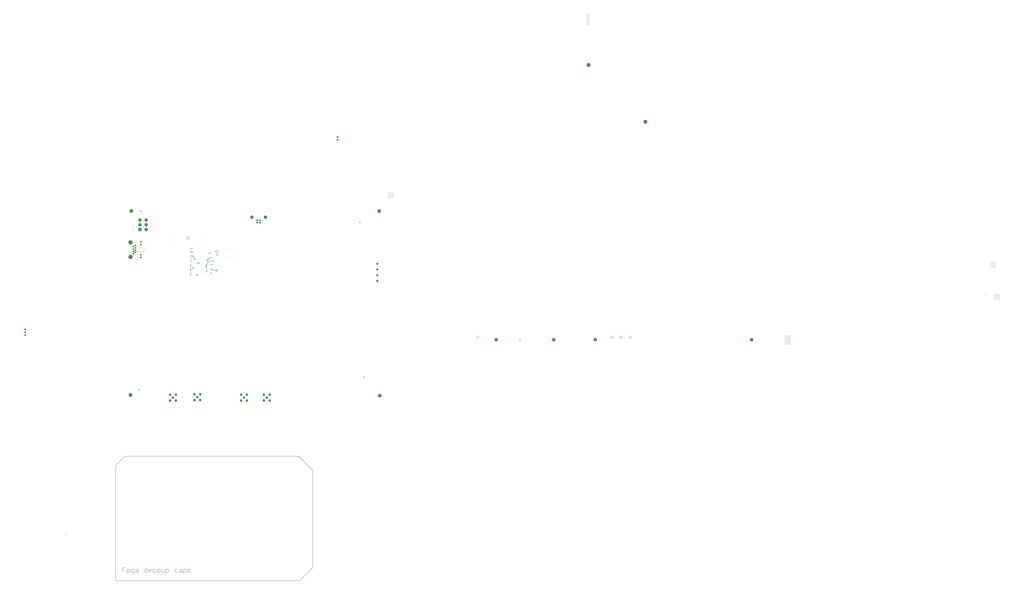
<source format=gbr>
G04*
G04 #@! TF.GenerationSoftware,Altium Limited,Altium Designer,22.11.1 (43)*
G04*
G04 Layer_Physical_Order=6*
G04 Layer_Color=16711680*
%FSLAX44Y44*%
%MOMM*%
G71*
G04*
G04 #@! TF.SameCoordinates,685F9FB9-B41E-4883-9AF5-229453B53175*
G04*
G04*
G04 #@! TF.FilePolarity,Positive*
G04*
G01*
G75*
%ADD10C,0.2540*%
G04:AMPARAMS|DCode=12|XSize=0.508mm|YSize=0.508mm|CornerRadius=0.1524mm|HoleSize=0mm|Usage=FLASHONLY|Rotation=180.000|XOffset=0mm|YOffset=0mm|HoleType=Round|Shape=RoundedRectangle|*
%AMROUNDEDRECTD12*
21,1,0.5080,0.2032,0,0,180.0*
21,1,0.2032,0.5080,0,0,180.0*
1,1,0.3048,-0.1016,0.1016*
1,1,0.3048,0.1016,0.1016*
1,1,0.3048,0.1016,-0.1016*
1,1,0.3048,-0.1016,-0.1016*
%
%ADD12ROUNDEDRECTD12*%
G04:AMPARAMS|DCode=15|XSize=0.889mm|YSize=0.8636mm|CornerRadius=0.1511mm|HoleSize=0mm|Usage=FLASHONLY|Rotation=180.000|XOffset=0mm|YOffset=0mm|HoleType=Round|Shape=RoundedRectangle|*
%AMROUNDEDRECTD15*
21,1,0.8890,0.5613,0,0,180.0*
21,1,0.5867,0.8636,0,0,180.0*
1,1,0.3023,-0.2934,0.2807*
1,1,0.3023,0.2934,0.2807*
1,1,0.3023,0.2934,-0.2807*
1,1,0.3023,-0.2934,-0.2807*
%
%ADD15ROUNDEDRECTD15*%
G04:AMPARAMS|DCode=26|XSize=0.889mm|YSize=0.8636mm|CornerRadius=0.1511mm|HoleSize=0mm|Usage=FLASHONLY|Rotation=90.000|XOffset=0mm|YOffset=0mm|HoleType=Round|Shape=RoundedRectangle|*
%AMROUNDEDRECTD26*
21,1,0.8890,0.5613,0,0,90.0*
21,1,0.5867,0.8636,0,0,90.0*
1,1,0.3023,0.2807,0.2934*
1,1,0.3023,0.2807,-0.2934*
1,1,0.3023,-0.2807,-0.2934*
1,1,0.3023,-0.2807,0.2934*
%
%ADD26ROUNDEDRECTD26*%
%ADD38C,1.0000*%
%ADD75R,2.8000X2.8000*%
%ADD90C,0.3810*%
%ADD95C,0.2794*%
%ADD98C,3.3020*%
%ADD99C,0.6000*%
%ADD100C,3.8100*%
G04:AMPARAMS|DCode=101|XSize=1.524mm|YSize=1.524mm|CornerRadius=0mm|HoleSize=0mm|Usage=FLASHONLY|Rotation=270.000|XOffset=0mm|YOffset=0mm|HoleType=Round|Shape=Octagon|*
%AMOCTAGOND101*
4,1,8,-0.3810,-0.7620,0.3810,-0.7620,0.7620,-0.3810,0.7620,0.3810,0.3810,0.7620,-0.3810,0.7620,-0.7620,0.3810,-0.7620,-0.3810,-0.3810,-0.7620,0.0*
%
%ADD101OCTAGOND101*%

%ADD102C,1.5240*%
%ADD103C,1.9050*%
%ADD104R,1.9050X1.9050*%
%ADD105C,3.5000*%
%ADD106C,3.0000*%
%ADD107C,1.6000*%
%ADD108C,2.2000*%
%ADD109R,3.0000X3.0000*%
%ADD110C,0.2700*%
%ADD111C,0.3302*%
%ADD112C,0.2032*%
%ADD113C,0.2400*%
%ADD114C,0.2540*%
%ADD115C,0.5000*%
%ADD116C,0.5080*%
%ADD117C,0.5588*%
G04:AMPARAMS|DCode=118|XSize=0.508mm|YSize=0.508mm|CornerRadius=0.1524mm|HoleSize=0mm|Usage=FLASHONLY|Rotation=135.000|XOffset=0mm|YOffset=0mm|HoleType=Round|Shape=RoundedRectangle|*
%AMROUNDEDRECTD118*
21,1,0.5080,0.2032,0,0,135.0*
21,1,0.2032,0.5080,0,0,135.0*
1,1,0.3048,0.0000,0.1437*
1,1,0.3048,0.1437,0.0000*
1,1,0.3048,0.0000,-0.1437*
1,1,0.3048,-0.1437,0.0000*
%
%ADD118ROUNDEDRECTD118*%
G04:AMPARAMS|DCode=119|XSize=0.508mm|YSize=0.508mm|CornerRadius=0.1524mm|HoleSize=0mm|Usage=FLASHONLY|Rotation=90.000|XOffset=0mm|YOffset=0mm|HoleType=Round|Shape=RoundedRectangle|*
%AMROUNDEDRECTD119*
21,1,0.5080,0.2032,0,0,90.0*
21,1,0.2032,0.5080,0,0,90.0*
1,1,0.3048,0.1016,0.1016*
1,1,0.3048,0.1016,-0.1016*
1,1,0.3048,-0.1016,-0.1016*
1,1,0.3048,-0.1016,0.1016*
%
%ADD119ROUNDEDRECTD119*%
%ADD120C,0.1524*%
D10*
X1409000Y-467000D02*
X1531000Y-589000D01*
Y-1448000D02*
Y-589000D01*
X1417000Y-1562000D02*
X1531000Y-1448000D01*
X-196000Y-1562000D02*
X1417000D01*
X-200000Y-1558000D02*
X-196000Y-1562000D01*
X-200000Y-1558000D02*
Y-547000D01*
X-120000Y-467000D01*
X1409000D01*
X-114299Y-1447899D02*
X-139691D01*
Y-1466943D01*
X-126995D01*
X-139691D01*
Y-1485987D01*
X-101603Y-1498683D02*
Y-1460595D01*
X-82559D01*
X-76211Y-1466943D01*
Y-1479639D01*
X-82559Y-1485987D01*
X-101603D01*
X-50820Y-1498683D02*
X-44472D01*
X-38124Y-1492335D01*
Y-1460595D01*
X-57168D01*
X-63515Y-1466943D01*
Y-1479639D01*
X-57168Y-1485987D01*
X-38124D01*
X-19080Y-1460595D02*
X-6384D01*
X-36Y-1466943D01*
Y-1485987D01*
X-19080D01*
X-25428Y-1479639D01*
X-19080Y-1473291D01*
X-36D01*
X76139Y-1447899D02*
Y-1485987D01*
X57096D01*
X50748Y-1479639D01*
Y-1466943D01*
X57096Y-1460595D01*
X76139D01*
X107879Y-1485987D02*
X95183D01*
X88835Y-1479639D01*
Y-1466943D01*
X95183Y-1460595D01*
X107879D01*
X114227Y-1466943D01*
Y-1473291D01*
X88835D01*
X152315Y-1460595D02*
X133271D01*
X126923Y-1466943D01*
Y-1479639D01*
X133271Y-1485987D01*
X152315D01*
X171359D02*
X184055D01*
X190403Y-1479639D01*
Y-1466943D01*
X184055Y-1460595D01*
X171359D01*
X165011Y-1466943D01*
Y-1479639D01*
X171359Y-1485987D01*
X203098Y-1460595D02*
Y-1479639D01*
X209446Y-1485987D01*
X228490D01*
Y-1460595D01*
X241186Y-1498683D02*
Y-1460595D01*
X260230D01*
X266578Y-1466943D01*
Y-1479639D01*
X260230Y-1485987D01*
X241186D01*
X342753Y-1460595D02*
X323709D01*
X317361Y-1466943D01*
Y-1479639D01*
X323709Y-1485987D01*
X342753D01*
X361797Y-1460595D02*
X374493D01*
X380841Y-1466943D01*
Y-1485987D01*
X361797D01*
X355449Y-1479639D01*
X361797Y-1473291D01*
X380841D01*
X393537Y-1498683D02*
Y-1460595D01*
X412581D01*
X418928Y-1466943D01*
Y-1479639D01*
X412581Y-1485987D01*
X393537D01*
X431624D02*
X450668D01*
X457016Y-1479639D01*
X450668Y-1473291D01*
X437972D01*
X431624Y-1466943D01*
X437972Y-1460595D01*
X457016D01*
D12*
X686749Y1162145D02*
D03*
Y1171035D02*
D03*
X599000Y1158555D02*
D03*
Y1167445D02*
D03*
X639000Y1136955D02*
D03*
Y1145845D02*
D03*
X458000Y1128555D02*
D03*
Y1137445D02*
D03*
X477000Y1182000D02*
D03*
Y1190890D02*
D03*
X456000Y1168555D02*
D03*
Y1177445D02*
D03*
X458000Y1209000D02*
D03*
Y1217890D02*
D03*
X459955Y1247555D02*
D03*
Y1256445D02*
D03*
X477000Y1296445D02*
D03*
Y1287555D02*
D03*
X458000Y1288555D02*
D03*
Y1297445D02*
D03*
X619000Y1258493D02*
D03*
Y1267383D02*
D03*
X606851Y1254048D02*
D03*
Y1262938D02*
D03*
X607000Y1232952D02*
D03*
Y1224062D02*
D03*
X459094Y1329475D02*
D03*
Y1338365D02*
D03*
D15*
X518507Y1231000D02*
D03*
X533493D02*
D03*
D26*
X595056Y1212245D02*
D03*
Y1197260D02*
D03*
D38*
X1947418Y1589532D02*
D03*
X1981708Y227838D02*
D03*
X6350Y117602D02*
D03*
X19558Y1686814D02*
D03*
D75*
X5391540Y557660D02*
D03*
X4017400D02*
D03*
X3651640D02*
D03*
X3146180D02*
D03*
D90*
X702855Y1301255D02*
X703330Y1301730D01*
X695255Y1301255D02*
X702855D01*
X685890Y1301730D02*
X686365Y1301255D01*
X683330Y1301730D02*
X685890D01*
X697987Y1321400D02*
X703187D01*
X693444Y1316857D02*
X697987Y1321400D01*
X683000D02*
X683919Y1320481D01*
Y1317492D02*
X684554Y1316857D01*
X683919Y1317492D02*
Y1320481D01*
X644740Y1180584D02*
X647883Y1177441D01*
X644740Y1180584D02*
Y1183140D01*
X647883Y1176543D02*
Y1177441D01*
X637829Y1173127D02*
X640699Y1170257D01*
X641597D01*
X634397Y1173127D02*
X637829D01*
X687384Y1171670D02*
X693270D01*
X686749Y1171035D02*
X687384Y1171670D01*
X693270D02*
X694670Y1173070D01*
X687164Y1161730D02*
X694670D01*
X686749Y1162145D02*
X687164Y1161730D01*
X676810Y1168080D02*
Y1171590D01*
X675000Y1173400D02*
X676810Y1171590D01*
Y1168080D02*
X677445Y1167445D01*
X663300Y1171700D02*
X664300D01*
X668555Y1167445D01*
X691400Y1341400D02*
X695000D01*
X687000Y1337000D02*
X691400Y1341400D01*
X673000Y1331400D02*
Y1331890D01*
X678110Y1337000D01*
X625400Y1311000D02*
Y1311914D01*
X620457Y1316857D02*
Y1316857D01*
Y1316857D02*
X625400Y1311914D01*
X633257Y1323143D02*
X634740Y1321660D01*
X626743Y1323143D02*
X633257D01*
X624600Y1282000D02*
X629600Y1277000D01*
X623600Y1282000D02*
X624600D01*
X634740Y1280750D02*
Y1283140D01*
Y1280750D02*
X638490Y1277000D01*
X644607Y1252903D02*
X649955Y1247555D01*
X644000Y1252903D02*
X644607D01*
X658845Y1247555D02*
X663193Y1251903D01*
X664000D01*
X647890Y1217400D02*
X652490Y1222000D01*
X654400D01*
X633600Y1211700D02*
Y1212000D01*
X639000Y1217400D01*
X603255Y1171700D02*
X604700D01*
X599000Y1167445D02*
X603255Y1171700D01*
X599000Y1158555D02*
X604455Y1153100D01*
X599000Y1158555D02*
Y1158800D01*
X604455Y1153100D02*
X604700D01*
X614137Y1253000D02*
Y1253630D01*
X619000Y1258493D01*
X614000Y1272383D02*
Y1273000D01*
Y1272383D02*
X619000Y1267383D01*
X604100Y1260187D02*
X606851Y1262938D01*
X601787Y1260187D02*
X604100D01*
X602803Y1250000D02*
X606851Y1254048D01*
X602000Y1250000D02*
X602803D01*
X633600Y1151245D02*
Y1152000D01*
Y1151245D02*
X639000Y1145845D01*
X634045Y1132000D02*
X639000Y1136955D01*
X633600Y1132000D02*
X634045D01*
X510110Y1127920D02*
X514000Y1124030D01*
Y1122400D02*
Y1124030D01*
X519000Y1127920D02*
X524020Y1122900D01*
X524500D01*
X461955Y1141400D02*
X465000D01*
X458000Y1137445D02*
X461955Y1141400D01*
X455400Y1121000D02*
X457365Y1122965D01*
Y1127920D02*
X458000Y1128555D01*
X457365Y1122965D02*
Y1127920D01*
X477000Y1182000D02*
X484400D01*
X483925Y1191525D02*
X484400Y1192000D01*
X477000Y1190890D02*
X477635Y1191525D01*
X483925D01*
X461555Y1163000D02*
X463400D01*
X456000Y1168555D02*
X461555Y1163000D01*
X460555Y1182000D02*
X464400D01*
X456000Y1177445D02*
X460555Y1182000D01*
X462510Y1222400D02*
X464400D01*
X458000Y1217890D02*
X462510Y1222400D01*
X458000Y1209000D02*
X464000Y1203000D01*
X464000D01*
X464400Y1242200D02*
Y1243110D01*
X459955Y1247555D02*
X464400Y1243110D01*
X459955Y1256445D02*
X464400Y1260890D01*
Y1261873D01*
X501937Y1273143D02*
X503340Y1271740D01*
X496143Y1273143D02*
X501937D01*
X489857Y1266857D02*
X495000Y1261714D01*
X489857Y1266857D02*
Y1266857D01*
X495000Y1261400D02*
Y1261714D01*
X477000Y1296445D02*
X480705Y1292740D01*
X484340D01*
X482815Y1281740D02*
X484660D01*
X477000Y1287555D02*
X482815Y1281740D01*
X458000Y1288555D02*
X464437Y1282118D01*
Y1281740D02*
Y1282118D01*
X458000Y1297445D02*
X462215Y1301660D01*
X464740D01*
X453000Y1361000D02*
X455365Y1358635D01*
X459320D02*
X459955Y1358000D01*
X455365Y1358635D02*
X459320D01*
X473845Y1363000D02*
X474000D01*
X468845Y1358000D02*
X473845Y1363000D01*
X482920Y1322000D02*
X484340D01*
X475445Y1329475D02*
X482920Y1322000D01*
X459094Y1338365D02*
X462389Y1341660D01*
X464740D01*
X461926Y1324474D02*
Y1326643D01*
X459094Y1329475D02*
X461926Y1326643D01*
X614000Y1273000D02*
X614137D01*
X595056Y1197132D02*
X600189Y1192000D01*
X603600D01*
X595056Y1197132D02*
Y1197260D01*
X595602Y1211700D02*
X604700D01*
X595056Y1212245D02*
X595602Y1211700D01*
X632150Y1241660D02*
X634740D01*
X627890Y1237400D02*
X632150Y1241660D01*
X614200Y1242200D02*
X614200D01*
X619000Y1237400D01*
X461926Y1324474D02*
X464400Y1322000D01*
D95*
X614137Y1253000D02*
X614235Y1252903D01*
X604150Y1238850D02*
Y1242453D01*
X602870Y1243733D02*
Y1243870D01*
X604150Y1238850D02*
X607000Y1236000D01*
X602870Y1243733D02*
X604150Y1242453D01*
X608289Y1222303D02*
X613903D01*
X614000Y1222400D01*
X594740Y1252000D02*
X594837Y1251903D01*
D98*
X-69850Y71628D02*
D03*
X2121154Y65024D02*
D03*
X2116836Y1688592D02*
D03*
X-62213Y1689432D02*
D03*
D99*
X445687Y1462339D02*
D03*
X445687Y1451639D02*
D03*
Y1440939D02*
D03*
X434987Y1462339D02*
D03*
Y1451639D02*
D03*
Y1440939D02*
D03*
X424287Y1462339D02*
D03*
X424287Y1451639D02*
D03*
X424287Y1440939D02*
D03*
D100*
X-69850Y1286002D02*
D03*
Y1413002D02*
D03*
D101*
X-44450Y1313942D02*
D03*
D102*
Y1334262D02*
D03*
Y1354582D02*
D03*
Y1374902D02*
D03*
X-26670Y1324102D02*
D03*
Y1344422D02*
D03*
Y1364742D02*
D03*
Y1385062D02*
D03*
X21590Y1280922D02*
D03*
Y1395222D02*
D03*
Y1418082D02*
D03*
Y1303782D02*
D03*
X1751400Y2339760D02*
D03*
Y2314360D02*
D03*
X-995000Y597200D02*
D03*
Y622600D02*
D03*
Y648000D02*
D03*
D103*
X2100000Y1225000D02*
D03*
Y1175000D02*
D03*
Y1125000D02*
D03*
D104*
Y1075000D02*
D03*
D105*
X4457580Y2473300D02*
D03*
X3957580Y2973300D02*
D03*
D106*
X996640Y1634754D02*
D03*
X1117040Y1634754D02*
D03*
X13208Y1567942D02*
D03*
Y1609942D02*
D03*
X68208Y1525942D02*
D03*
Y1567942D02*
D03*
Y1609942D02*
D03*
D107*
X1069340Y1607754D02*
D03*
X1044340D02*
D03*
X1069340Y1587754D02*
D03*
X1044340D02*
D03*
D108*
X902800Y73280D02*
D03*
Y22480D02*
D03*
X953600D02*
D03*
Y73280D02*
D03*
X928200Y47880D02*
D03*
X1103600Y73280D02*
D03*
Y22480D02*
D03*
X1154400D02*
D03*
Y73280D02*
D03*
X1129000Y47880D02*
D03*
X492220Y77090D02*
D03*
Y26290D02*
D03*
X543020D02*
D03*
Y77090D02*
D03*
X517620Y51690D02*
D03*
X277800Y73280D02*
D03*
Y22480D02*
D03*
X328600D02*
D03*
Y73280D02*
D03*
X303200Y47880D02*
D03*
D109*
X13208Y1525942D02*
D03*
D110*
X1096330Y1496251D02*
D03*
Y1457135D02*
D03*
X77271Y1366528D02*
D03*
X442487Y1494458D02*
D03*
X410487Y1421739D02*
D03*
X324862Y1388072D02*
D03*
X324773Y1400963D02*
D03*
X324862Y1415713D02*
D03*
X324736Y1428442D02*
D03*
X324696Y1440923D02*
D03*
X324682Y1455603D02*
D03*
X324696Y1469758D02*
D03*
X559055Y1398029D02*
D03*
X558752Y1409711D02*
D03*
X558877Y1423931D02*
D03*
X559000Y1437973D02*
D03*
Y1451773D02*
D03*
Y1464973D02*
D03*
Y1477579D02*
D03*
X459487Y1481539D02*
D03*
D111*
X294513Y1348166D02*
D03*
X294640Y1411903D02*
D03*
X703395Y1301775D02*
D03*
X683330Y1301730D02*
D03*
X703187Y1321400D02*
D03*
X683000D02*
D03*
X634397Y1173127D02*
D03*
X644740Y1183140D02*
D03*
X514740Y1173140D02*
D03*
X524740Y1143140D02*
D03*
X564740Y1153140D02*
D03*
X554799Y1172538D02*
D03*
X554740Y1203140D02*
D03*
X663128Y1361570D02*
D03*
X643260Y1362260D02*
D03*
X623260D02*
D03*
X603260Y1331660D02*
D03*
Y1311660D02*
D03*
Y1271660D02*
D03*
X613260Y1281660D02*
D03*
X683260Y1232740D02*
D03*
X703260D02*
D03*
Y1213140D02*
D03*
Y1192740D02*
D03*
X683260Y1132740D02*
D03*
X703260D02*
D03*
X713260Y1112740D02*
D03*
X673260Y1123140D02*
D03*
X653260D02*
D03*
X613260D02*
D03*
X584740Y1122740D02*
D03*
X564740D02*
D03*
X544740Y1123740D02*
D03*
Y1143140D02*
D03*
X504740D02*
D03*
X515080Y1261920D02*
D03*
X574740Y1281660D02*
D03*
X575080Y1271920D02*
D03*
X564740Y1261660D02*
D03*
X543958Y1252460D02*
D03*
X554740Y1251660D02*
D03*
Y1271660D02*
D03*
X504740Y1291660D02*
D03*
X524740D02*
D03*
X534740D02*
D03*
X584740Y1301660D02*
D03*
X575080Y1331660D02*
D03*
X554740D02*
D03*
X564740Y1311660D02*
D03*
X554740Y1301660D02*
D03*
X544740Y1311660D02*
D03*
X504740Y1321660D02*
D03*
X514740Y1331660D02*
D03*
X484740Y1341660D02*
D03*
X534740D02*
D03*
X494740Y1361660D02*
D03*
X514740D02*
D03*
X574740D02*
D03*
X694670Y1161730D02*
D03*
Y1173070D02*
D03*
X663300Y1171700D02*
D03*
X675000Y1173400D02*
D03*
X695000Y1341400D02*
D03*
X625400Y1311000D02*
D03*
X634740Y1321660D02*
D03*
X623600Y1282000D02*
D03*
X634740Y1283140D02*
D03*
X664000Y1251903D02*
D03*
X644000Y1252903D02*
D03*
X633600Y1211700D02*
D03*
X654400Y1222000D02*
D03*
X604700Y1171700D02*
D03*
Y1153100D02*
D03*
X601787Y1260187D02*
D03*
X602000Y1250000D02*
D03*
X633600Y1132000D02*
D03*
Y1152000D02*
D03*
X514000Y1122400D02*
D03*
X524500Y1122900D02*
D03*
X465000Y1141400D02*
D03*
X455400Y1121000D02*
D03*
X484400Y1192000D02*
D03*
Y1182000D02*
D03*
X463400Y1163000D02*
D03*
X464400Y1182000D02*
D03*
X464000Y1203000D02*
D03*
X464400Y1222400D02*
D03*
Y1261873D02*
D03*
Y1242200D02*
D03*
X503340Y1271740D02*
D03*
X495000Y1261400D02*
D03*
X484660Y1281740D02*
D03*
X484340Y1292740D02*
D03*
X464437Y1281740D02*
D03*
X464740Y1301660D02*
D03*
X474000Y1363000D02*
D03*
X484340Y1322000D02*
D03*
X603600Y1192000D02*
D03*
X604700Y1211700D02*
D03*
X634740Y1241660D02*
D03*
X614200Y1242200D02*
D03*
X614137Y1253000D02*
D03*
X464400Y1322000D02*
D03*
X464740Y1341660D02*
D03*
X453000Y1361000D02*
D03*
X614000Y1222400D02*
D03*
X602870Y1243870D02*
D03*
X614000Y1273000D02*
D03*
D112*
X850775Y1346743D02*
D03*
X826498Y1290466D02*
D03*
X794447D02*
D03*
X802447D02*
D03*
X842775Y1290415D02*
D03*
X850775D02*
D03*
X842826Y1346743D02*
D03*
X794498Y1346743D02*
D03*
X802498Y1346743D02*
D03*
X818151Y1347091D02*
D03*
X867123Y1282119D02*
D03*
X770151Y1347091D02*
D03*
X867123Y1355091D02*
D03*
X802151Y1282119D02*
D03*
X810151D02*
D03*
X818151D02*
D03*
X875123Y1355091D02*
D03*
X883123Y1355091D02*
D03*
X891123D02*
D03*
X899123D02*
D03*
X826151Y1355091D02*
D03*
X818151Y1355091D02*
D03*
X810151D02*
D03*
X802151D02*
D03*
X794151Y1355091D02*
D03*
X786151Y1355091D02*
D03*
X794151Y1282119D02*
D03*
X786151Y1282119D02*
D03*
X778151D02*
D03*
X770151D02*
D03*
X899123D02*
D03*
X891123D02*
D03*
X883123D02*
D03*
X875123Y1282119D02*
D03*
D113*
X778151Y1355091D02*
D03*
D114*
X770151D02*
D03*
X534740Y1361660D02*
D03*
X554740D02*
D03*
X673000Y1331400D02*
D03*
D115*
X3964580Y3329540D02*
D03*
X3953580D02*
D03*
X3942580D02*
D03*
X3964580Y3340540D02*
D03*
X3953580D02*
D03*
X3942580D02*
D03*
X3964580Y3351540D02*
D03*
X3953580D02*
D03*
X3942580D02*
D03*
X3964580Y3362540D02*
D03*
X3953580D02*
D03*
X3942580D02*
D03*
X3964580Y3373540D02*
D03*
X3953580D02*
D03*
X3942580D02*
D03*
X3964580Y3384540D02*
D03*
X3953580D02*
D03*
X3942580D02*
D03*
X3964580Y3395540D02*
D03*
X3953580D02*
D03*
X3942580D02*
D03*
X3964580Y3406540D02*
D03*
X3953580D02*
D03*
X3942580D02*
D03*
X3964580Y3417540D02*
D03*
X3953580D02*
D03*
X3942580D02*
D03*
X2196760Y1848680D02*
D03*
X2207760D02*
D03*
X2218760D02*
D03*
X2229760D02*
D03*
X2240760D02*
D03*
X2196760Y1837680D02*
D03*
X2207760D02*
D03*
X2218760D02*
D03*
X2229760D02*
D03*
X2240760D02*
D03*
X2196760Y1826680D02*
D03*
X2207760D02*
D03*
X2218760D02*
D03*
X2229760D02*
D03*
X2240760D02*
D03*
X2196760Y1815680D02*
D03*
X2207760D02*
D03*
X2218760D02*
D03*
X2229760D02*
D03*
X2240760D02*
D03*
X2196760Y1804680D02*
D03*
X2207760D02*
D03*
X2218760D02*
D03*
X2229760D02*
D03*
X2240760D02*
D03*
X7492660Y1239080D02*
D03*
X7503660D02*
D03*
X7514660D02*
D03*
X7525660D02*
D03*
X7536660D02*
D03*
X7492660Y1228080D02*
D03*
X7503660D02*
D03*
X7514660D02*
D03*
X7525660D02*
D03*
X7536660D02*
D03*
X7492660Y1217080D02*
D03*
X7503660D02*
D03*
X7514660D02*
D03*
X7525660D02*
D03*
X7536660D02*
D03*
X7492660Y1206080D02*
D03*
X7503660D02*
D03*
X7514660D02*
D03*
X7525660D02*
D03*
X7536660D02*
D03*
X7492660Y1195080D02*
D03*
X7503660D02*
D03*
X7514660D02*
D03*
X7525660D02*
D03*
X7536660D02*
D03*
X7569860Y911800D02*
D03*
X7558860D02*
D03*
X7547860D02*
D03*
X7536860D02*
D03*
X7525860D02*
D03*
X7569860Y922800D02*
D03*
X7558860D02*
D03*
X7547860D02*
D03*
X7536860D02*
D03*
X7525860D02*
D03*
X7569860Y933800D02*
D03*
X7558860D02*
D03*
X7547860D02*
D03*
X7536860D02*
D03*
X7525860D02*
D03*
X7569860Y944800D02*
D03*
X7558860D02*
D03*
X7547860D02*
D03*
X7536860D02*
D03*
X7525860D02*
D03*
X7569860Y955800D02*
D03*
X7558860D02*
D03*
X7547860D02*
D03*
X7536860D02*
D03*
X7525860D02*
D03*
X7443300Y962160D02*
D03*
X7454300D02*
D03*
X7443300Y951160D02*
D03*
X7454300D02*
D03*
X5402560Y554010D02*
D03*
Y561310D02*
D03*
Y568660D02*
D03*
X5387906Y546656D02*
D03*
X5395206D02*
D03*
X5402557D02*
D03*
X5380540Y554010D02*
D03*
Y546660D02*
D03*
Y561310D02*
D03*
Y568660D02*
D03*
X5387910D02*
D03*
X5395210D02*
D03*
X-638000Y-1143500D02*
D03*
X-643750Y-1153000D02*
D03*
X-632250D02*
D03*
X-638000Y-1162500D02*
D03*
X4028420Y554010D02*
D03*
Y561310D02*
D03*
Y568660D02*
D03*
X4013766Y546656D02*
D03*
X4021067D02*
D03*
X4028416D02*
D03*
X4006400Y554010D02*
D03*
Y546660D02*
D03*
Y561310D02*
D03*
Y568660D02*
D03*
X4013770D02*
D03*
X4021070D02*
D03*
X3662660Y554010D02*
D03*
Y561310D02*
D03*
Y568660D02*
D03*
X3648007Y546656D02*
D03*
X3655306D02*
D03*
X3662657D02*
D03*
X3640640Y554010D02*
D03*
Y546660D02*
D03*
Y561310D02*
D03*
Y568660D02*
D03*
X3648010D02*
D03*
X3655310D02*
D03*
X3346540Y547080D02*
D03*
X3354340D02*
D03*
X3362140D02*
D03*
Y564280D02*
D03*
X3354340D02*
D03*
X3346540D02*
D03*
X3157200Y554010D02*
D03*
Y561310D02*
D03*
Y568660D02*
D03*
X3142546Y546656D02*
D03*
X3149846D02*
D03*
X3157196D02*
D03*
X3135180Y554010D02*
D03*
Y546660D02*
D03*
Y561310D02*
D03*
Y568660D02*
D03*
X3142550D02*
D03*
X3149850D02*
D03*
X2993481Y578201D02*
D03*
Y588201D02*
D03*
X2983481Y578201D02*
D03*
X2973481D02*
D03*
Y568201D02*
D03*
Y588201D02*
D03*
X2983481D02*
D03*
Y568201D02*
D03*
X2993481D02*
D03*
D116*
X5686040Y593440D02*
D03*
X5701280D02*
D03*
X5716520D02*
D03*
X5731760D02*
D03*
X5724140Y585820D02*
D03*
X5693660D02*
D03*
X5731760Y578200D02*
D03*
X5716520D02*
D03*
X5701280D02*
D03*
X5686040D02*
D03*
X5724140Y570580D02*
D03*
X5693660D02*
D03*
X5731760Y562960D02*
D03*
X5716520D02*
D03*
X5701280D02*
D03*
X5686040D02*
D03*
X5724140Y555340D02*
D03*
X5693660D02*
D03*
X5731760Y547720D02*
D03*
X5716520D02*
D03*
X5701280D02*
D03*
X5686040D02*
D03*
X5724140Y540100D02*
D03*
X5708900D02*
D03*
X5693660D02*
D03*
X5731760Y532480D02*
D03*
X5716520D02*
D03*
X5701280D02*
D03*
X5724140Y524860D02*
D03*
X5708900D02*
D03*
X5731760Y517240D02*
D03*
X5716520D02*
D03*
X5701280D02*
D03*
X5686040D02*
D03*
Y532480D02*
D03*
X5693660Y524860D02*
D03*
X5708900Y585820D02*
D03*
Y570580D02*
D03*
Y555340D02*
D03*
D117*
X4334600Y588200D02*
D03*
X4324600D02*
D03*
X4314600D02*
D03*
Y578200D02*
D03*
X4324600D02*
D03*
X4334600D02*
D03*
Y568200D02*
D03*
X4324600D02*
D03*
X4314600D02*
D03*
X4253320Y588200D02*
D03*
X4243320D02*
D03*
X4233320D02*
D03*
Y578200D02*
D03*
X4243320D02*
D03*
X4253320D02*
D03*
Y568200D02*
D03*
X4243320D02*
D03*
X4233320D02*
D03*
X4172040Y588200D02*
D03*
X4162040D02*
D03*
X4152040D02*
D03*
Y578200D02*
D03*
X4162040D02*
D03*
X4172040D02*
D03*
Y568200D02*
D03*
X4162040D02*
D03*
X4152040D02*
D03*
D118*
X647883Y1176543D02*
D03*
X641597Y1170257D02*
D03*
X626743Y1323143D02*
D03*
X620457Y1316857D02*
D03*
X489857Y1266857D02*
D03*
X496143Y1273143D02*
D03*
D119*
X677445Y1167445D02*
D03*
X668555D02*
D03*
X686365Y1301255D02*
D03*
X695255D02*
D03*
X678110Y1337000D02*
D03*
X687000D02*
D03*
X693444Y1316857D02*
D03*
X684554D02*
D03*
X638490Y1277000D02*
D03*
X629600D02*
D03*
X658845Y1247555D02*
D03*
X649955D02*
D03*
X647890Y1217400D02*
D03*
X639000D02*
D03*
X510110Y1127920D02*
D03*
X519000D02*
D03*
X627890Y1237400D02*
D03*
X619000D02*
D03*
X459955Y1358000D02*
D03*
X468845D02*
D03*
X466555Y1329475D02*
D03*
X475445D02*
D03*
D120*
X45005Y1334262D02*
X77271Y1366528D01*
X-44450Y1334262D02*
X45005D01*
M02*

</source>
